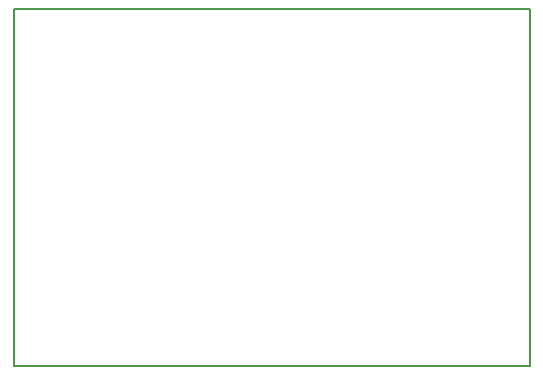
<source format=gbr>
G04 DipTrace 3.1.0.1*
G04 BoardOutline.gbr*
%MOIN*%
G04 #@! TF.FileFunction,Profile*
G04 #@! TF.Part,Single*
%ADD11C,0.006*%
%FSLAX26Y26*%
G04*
G70*
G90*
G75*
G01*
G04 BoardOutline*
%LPD*%
X394000Y1583009D2*
D11*
X2113964D1*
Y394000D1*
X394000D1*
Y1583009D1*
M02*

</source>
